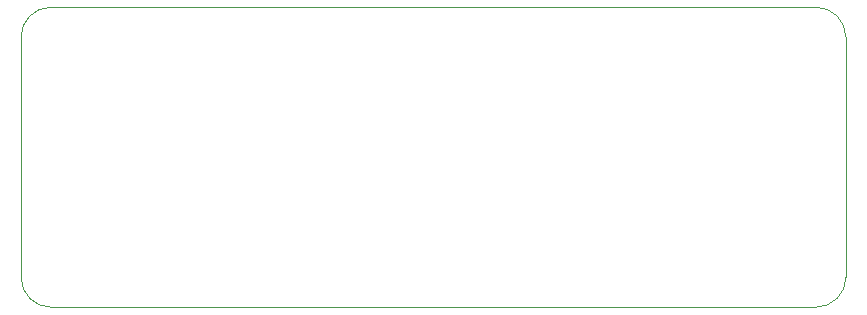
<source format=gbr>
%TF.GenerationSoftware,KiCad,Pcbnew,(6.0.0)*%
%TF.CreationDate,2022-01-12T21:24:23-06:00*%
%TF.ProjectId,Current_Sense,43757272-656e-4745-9f53-656e73652e6b,rev?*%
%TF.SameCoordinates,Original*%
%TF.FileFunction,Profile,NP*%
%FSLAX46Y46*%
G04 Gerber Fmt 4.6, Leading zero omitted, Abs format (unit mm)*
G04 Created by KiCad (PCBNEW (6.0.0)) date 2022-01-12 21:24:23*
%MOMM*%
%LPD*%
G01*
G04 APERTURE LIST*
%TA.AperFunction,Profile*%
%ADD10C,0.050000*%
%TD*%
G04 APERTURE END LIST*
D10*
X127000000Y-76200000D02*
X127000000Y-96520000D01*
X127000000Y-76200000D02*
G75*
G03*
X124460000Y-73660000I-2540000J0D01*
G01*
X124460000Y-99060000D02*
G75*
G03*
X127000000Y-96520000I0J2540000D01*
G01*
X59690000Y-99060000D02*
X124460000Y-99060000D01*
X59690000Y-73660000D02*
X124460000Y-73660000D01*
X57150000Y-96520000D02*
X57150000Y-76200000D01*
X59690000Y-73660000D02*
G75*
G03*
X57150000Y-76200000I0J-2540000D01*
G01*
X57150000Y-96520000D02*
G75*
G03*
X59690000Y-99060000I2540000J0D01*
G01*
M02*

</source>
